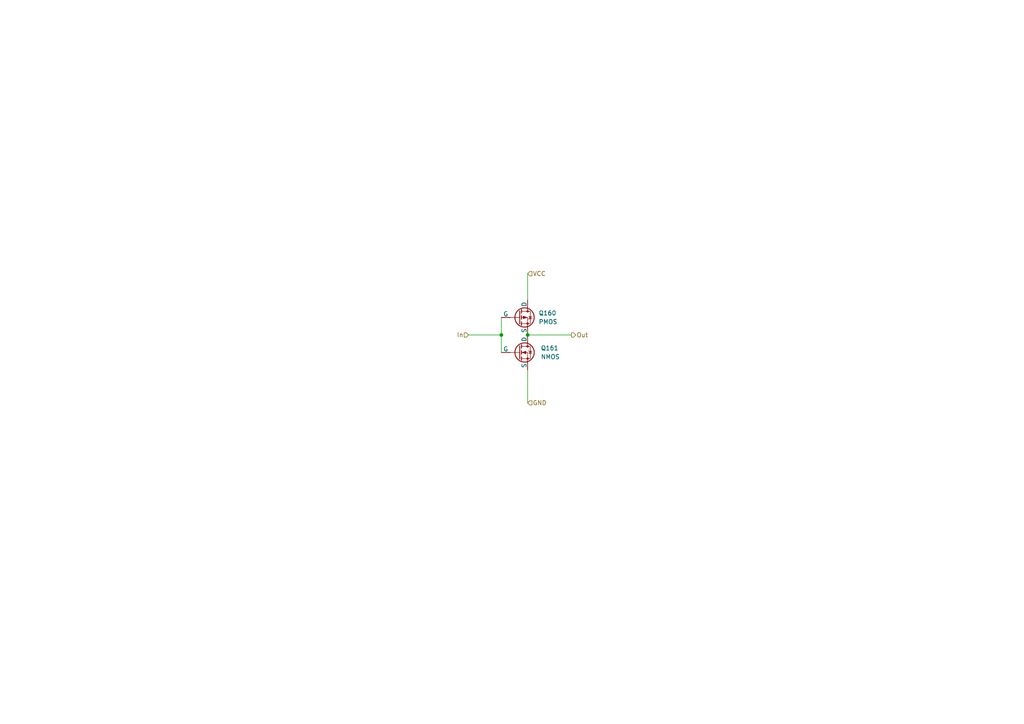
<source format=kicad_sch>
(kicad_sch (version 20230121) (generator eeschema)
  (paper "A4")
  (lib_symbols
    (symbol "Simulation_SPICE:NMOS" (pin_numbers hide) (pin_names (offset 0))
      (property "Reference" "Q" (at 5.08 1.27 0))
      (property "Value" "NMOS" (at 5.08 -1.27 0))
      (symbol "NMOS_0_1"
        (polyline (pts (xy 0.254 0) (xy -2.54 0)))
        (polyline (pts (xy 0.254 1.905) (xy 0.254 -1.905)) (stroke (width 0.254)))
        (polyline (pts (xy 0.762 -1.27) (xy 0.762 -2.286)) (stroke (width 0.254)))
        (polyline (pts (xy 0.762 0.508) (xy 0.762 -0.508)) (stroke (width 0.254)))
        (polyline (pts (xy 0.762 2.286) (xy 0.762 1.27)) (stroke (width 0.254)))
        (polyline (pts (xy 2.54 2.54) (xy 2.54 1.778)))
        (polyline (pts (xy 2.54 -2.54) (xy 2.54 0) (xy 0.762 0)))
        (polyline (pts (xy 0.762 -1.778) (xy 3.302 -1.778) (xy 3.302 1.778) (xy 0.762 1.778)))
        (polyline (pts (xy 1.016 0) (xy 2.032 0.381) (xy 2.032 -0.381) (xy 1.016 0)) (fill (type outline)))
        (polyline (pts (xy 2.794 0.508) (xy 2.921 0.381) (xy 3.683 0.381) (xy 3.81 0.254)))
        (polyline (pts (xy 3.302 0.381) (xy 2.921 -0.254) (xy 3.683 -0.254) (xy 3.302 0.381)))
        (circle (center 1.651 0) (radius 2.794) (stroke (width 0.254)))
        (circle (center 2.54 -1.778) (radius 0.254) (fill (type outline)))
        (circle (center 2.54 1.778) (radius 0.254) (fill (type outline)))
      )
      (symbol "NMOS_1_1"
        (pin passive line (at 2.54 5.08 270) (length 2.54) (name "D") (number "1"))
        (pin input line (at -5.08 0 0) (length 2.54) (name "G") (number "2"))
        (pin passive line (at 2.54 -5.08 90) (length 2.54) (name "S") (number "3"))
      )
    )
    (symbol "Simulation_SPICE:PMOS" (pin_numbers hide) (pin_names (offset 0))
      (property "Reference" "Q" (at 5.08 1.27 0))
      (property "Value" "PMOS" (at 5.08 -1.27 0))
      (symbol "PMOS_0_1"
        (polyline (pts (xy 0.254 0) (xy -2.54 0)))
        (polyline (pts (xy 0.254 1.905) (xy 0.254 -1.905)) (stroke (width 0.254)))
        (polyline (pts (xy 0.762 -1.27) (xy 0.762 -2.286)) (stroke (width 0.254)))
        (polyline (pts (xy 0.762 0.508) (xy 0.762 -0.508)) (stroke (width 0.254)))
        (polyline (pts (xy 0.762 2.286) (xy 0.762 1.27)) (stroke (width 0.254)))
        (polyline (pts (xy 2.54 2.54) (xy 2.54 1.778)))
        (polyline (pts (xy 2.54 -2.54) (xy 2.54 0) (xy 0.762 0)))
        (polyline (pts (xy 0.762 1.778) (xy 3.302 1.778) (xy 3.302 -1.778) (xy 0.762 -1.778)))
        (polyline (pts (xy 2.286 0) (xy 1.27 0.381) (xy 1.27 -0.381) (xy 2.286 0)) (fill (type outline)))
        (polyline (pts (xy 2.794 -0.508) (xy 2.921 -0.381) (xy 3.683 -0.381) (xy 3.81 -0.254)))
        (polyline (pts (xy 3.302 -0.381) (xy 2.921 0.254) (xy 3.683 0.254) (xy 3.302 -0.381)))
        (circle (center 1.651 0) (radius 2.794) (stroke (width 0.254)))
        (circle (center 2.54 -1.778) (radius 0.254) (fill (type outline)))
        (circle (center 2.54 1.778) (radius 0.254) (fill (type outline)))
      )
      (symbol "PMOS_1_1"
        (pin passive line (at 2.54 5.08 270) (length 2.54) (name "D") (number "1"))
        (pin input line (at -5.08 0 0) (length 2.54) (name "G") (number "2"))
        (pin passive line (at 2.54 -5.08 90) (length 2.54) (name "S") (number "3"))
      )
    )
  )
  (junction (at 153.035 97.155))
  (junction (at 145.415 97.155))
  (wire (pts (xy 135.89 97.155) (xy 145.415 97.155)))
  (wire (pts (xy 145.415 92.075) (xy 145.415 97.155)))
  (wire (pts (xy 153.035 79.375) (xy 153.035 86.995)))
  (wire (pts (xy 145.415 97.155) (xy 145.415 102.235)))
  (wire (pts (xy 153.035 107.315) (xy 153.035 116.84)))
  (wire (pts (xy 153.035 97.155) (xy 165.735 97.155)))
  (hierarchical_label "Out" (shape output) (at 165.735 97.155 0))
  (hierarchical_label "In" (shape input) (at 135.89 97.155 180))
  (hierarchical_label "GND" (shape input) (at 153.035 116.84 0))
  (hierarchical_label "VCC" (shape input) (at 153.035 79.375 0))
  (symbol (lib_id "Simulation_SPICE:NMOS") (at 150.495 102.235 0) (unit 1)
    (property "Reference" "Q161" (at 156.845 100.965 0) (effects (justify left)))
    (property "Value" "NMOS" (at 156.845 103.505 0) (effects (justify left)))
    (property "Datasheet" "https://ngspice.sourceforge.io/docs/ngspice-html-manual/manual.xhtml#cha_MOSFETs" (effects hide))
    (property "Sim.Device" "NMOS" (effects hide))
    (property "Sim.Type" "VDMOS" (effects hide))
    (property "Sim.Pins" "1=D 2=G 3=S" (effects hide))
    (instances (project "qrng" (path "" (reference "Q161") (unit 1)) (path "" (reference "Q159") (unit 1)) (path "" (reference "Q167") (unit 1)) (path "" (reference "Q173") (unit 1)) (path "" (reference "Q179") (unit 1)) (path "" (reference "Q181") (unit 1))))
  )
  (symbol (lib_id "Simulation_SPICE:PMOS") (at 150.495 92.075 0) (unit 1)
    (property "Reference" "Q160" (at 156.21 90.805 0) (effects (justify left)))
    (property "Value" "PMOS" (at 156.21 93.345 0) (effects (justify left)))
    (property "Datasheet" "https://ngspice.sourceforge.io/docs/ngspice-html-manual/manual.xhtml#cha_MOSFETs" (effects hide))
    (property "Sim.Device" "PMOS" (effects hide))
    (property "Sim.Type" "VDMOS" (effects hide))
    (property "Sim.Pins" "1=D 2=G 3=S" (effects hide))
    (instances (project "qrng" (path "" (reference "Q160") (unit 1)) (path "" (reference "Q158") (unit 1)) (path "" (reference "Q166") (unit 1)) (path "" (reference "Q172") (unit 1)) (path "" (reference "Q178") (unit 1)) (path "" (reference "Q180") (unit 1))))
  )
)
</source>
